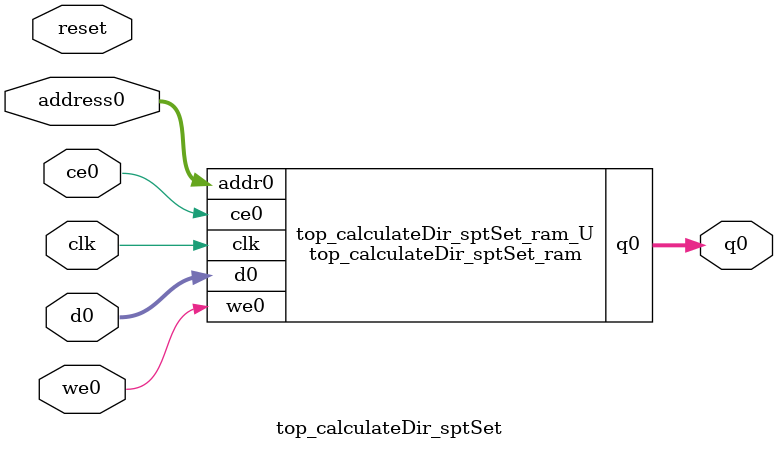
<source format=v>

`timescale 1 ns / 1 ps
module top_calculateDir_sptSet_ram (addr0, ce0, d0, we0, q0,  clk);

parameter DWIDTH = 32;
parameter AWIDTH = 6;
parameter MEM_SIZE = 38;

input[AWIDTH-1:0] addr0;
input ce0;
input[DWIDTH-1:0] d0;
input we0;
output reg[DWIDTH-1:0] q0;
input clk;

(* ram_style = "block" *)reg [DWIDTH-1:0] ram[MEM_SIZE-1:0];




always @(posedge clk)  
begin 
    if (ce0) 
    begin
        if (we0) 
        begin 
            ram[addr0] <= d0; 
            q0 <= d0;
        end 
        else 
            q0 <= ram[addr0];
    end
end


endmodule


`timescale 1 ns / 1 ps
module top_calculateDir_sptSet(
    reset,
    clk,
    address0,
    ce0,
    we0,
    d0,
    q0);

parameter DataWidth = 32'd32;
parameter AddressRange = 32'd38;
parameter AddressWidth = 32'd6;
input reset;
input clk;
input[AddressWidth - 1:0] address0;
input ce0;
input we0;
input[DataWidth - 1:0] d0;
output[DataWidth - 1:0] q0;



top_calculateDir_sptSet_ram top_calculateDir_sptSet_ram_U(
    .clk( clk ),
    .addr0( address0 ),
    .ce0( ce0 ),
    .d0( d0 ),
    .we0( we0 ),
    .q0( q0 ));

endmodule


</source>
